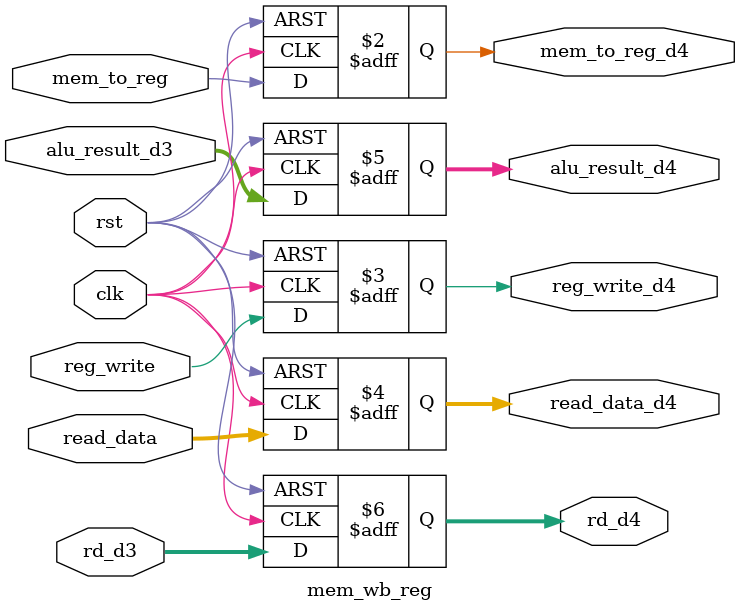
<source format=v>
module mem_wb_reg (
    input wire clk,
    input wire rst,
    input wire mem_to_reg,
    input wire reg_write,
    input wire [63:0] read_data,
    input wire [63:0] alu_result_d3,
    input wire [4:0] rd_d3,

    output reg mem_to_reg_d4,
    output reg reg_write_d4,
    output reg [63:0] read_data_d4,
    output reg [63:0] alu_result_d4,
    output reg [4:0] rd_d4
);

    always @(posedge clk or posedge rst) begin
        if (rst) begin
            mem_to_reg_d4 <= 1'b0;
            reg_write_d4 <= 1'b0;
            read_data_d4 <= 64'b0;
            alu_result_d4 <= 64'b0;
            rd_d4 <= 5'b0;
        end else begin
            mem_to_reg_d4 <= mem_to_reg;
            reg_write_d4 <= reg_write;
            read_data_d4 <= read_data;
            alu_result_d4 <= alu_result_d3;
            rd_d4 <= rd_d3;
        end
    end

endmodule
</source>
